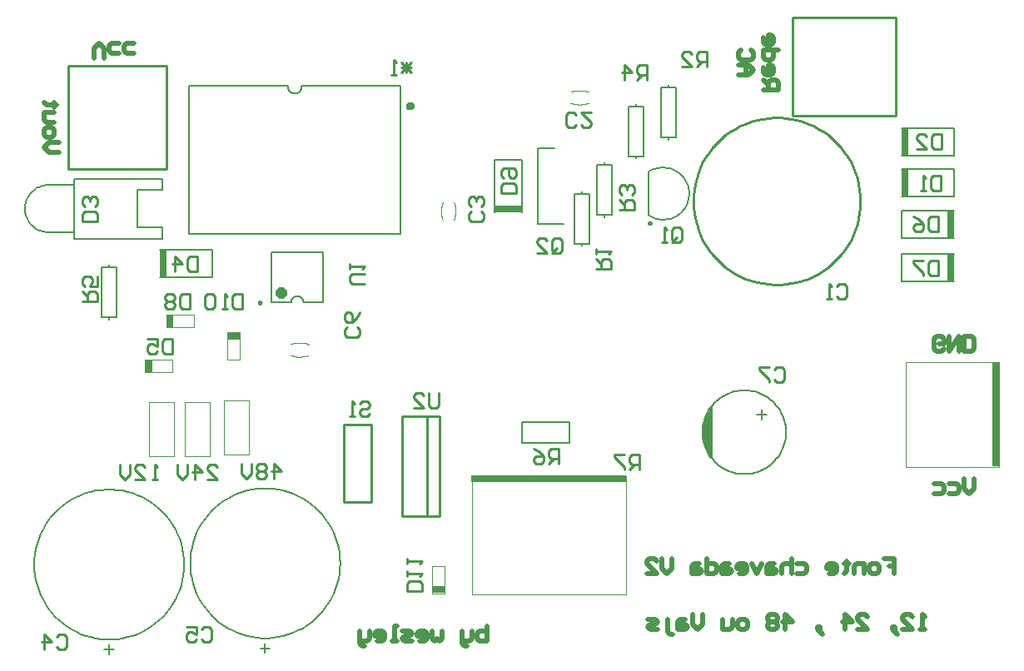
<source format=gto>
%FSTAX24Y24*%
%MOIN*%
%SFA1B1*%

%IPPOS*%
%ADD10C,0.007900*%
%ADD11C,0.005000*%
%ADD12C,0.009800*%
%ADD13C,0.023600*%
%ADD14C,0.003900*%
%ADD15C,0.010000*%
%ADD16C,0.008000*%
%ADD17C,0.015700*%
%ADD18C,0.020000*%
%ADD19C,0.005900*%
%ADD20R,0.621000X0.025000*%
%ADD21R,0.050000X0.030000*%
%ADD22R,0.030000X0.050000*%
%ADD23R,0.031500X0.110200*%
%ADD24R,0.110200X0.031500*%
%ADD25R,0.025000X0.418000*%
%LNpcb1-1*%
%LPD*%
G36*
X028159Y0102D02*
Y0081D01*
X028009Y00825*
X027909Y00845*
X027859Y0086*
X027809Y00865*
Y00875*
X027759Y0089*
Y009*
X027747Y00915*
X027759Y0093*
Y0094*
X027809Y0096*
X027859Y0097*
X027909Y00985*
X028009Y01*
X028059Y0101*
X028159Y0102*
G37*
G54D10*
X007239Y0039D02*
D01*
X007246Y00369*
X007268Y003482*
X007304Y003276*
X007355Y003073*
X007419Y002873*
X007498Y002679*
X00759Y002491*
X007694Y00231*
X007811Y002136*
X00794Y001971*
X00808Y001816*
X008231Y00167*
X008392Y001535*
X008561Y001412*
X008739Y001301*
X008923Y001203*
X009115Y001118*
X009311Y001046*
X009513Y000989*
X009718Y000945*
X009925Y000916*
X010134Y000901*
X010343*
X010552Y000916*
X010759Y000945*
X010964Y000989*
X011166Y001046*
X011362Y001118*
X011554Y001203*
X011739Y001301*
X011916Y001412*
X012085Y001535*
X012246Y00167*
X012397Y001816*
X012537Y001971*
X012666Y002136*
X012783Y00231*
X012887Y002491*
X012979Y002679*
X013058Y002873*
X013122Y003073*
X013173Y003276*
X013209Y003482*
X013231Y00369*
X013239Y0039*
X013231Y004109*
X013209Y004317*
X013173Y004523*
X013122Y004726*
X013058Y004926*
X012979Y00512*
X012887Y005308*
X012783Y005489*
X012666Y005663*
X012537Y005828*
X012397Y005983*
X012246Y006129*
X012085Y006264*
X011916Y006387*
X011739Y006498*
X011554Y006596*
X011362Y006681*
X011166Y006753*
X010964Y00681*
X010759Y006854*
X010552Y006883*
X010343Y006898*
X010134*
X009925Y006883*
X009718Y006854*
X009513Y00681*
X009311Y006753*
X009115Y006681*
X008923Y006596*
X008738Y006498*
X008561Y006387*
X008392Y006264*
X008231Y006129*
X00808Y005983*
X00794Y005828*
X007811Y005663*
X007694Y005489*
X00759Y005308*
X007498Y00512*
X007419Y004926*
X007355Y004726*
X007304Y004523*
X007268Y004317*
X007246Y004109*
X007239Y0039*
X000989Y00385D02*
D01*
X000996Y00364*
X001018Y003432*
X001054Y003226*
X001105Y003023*
X001169Y002823*
X001248Y002629*
X00134Y002441*
X001444Y00226*
X001561Y002086*
X00169Y001921*
X00183Y001766*
X001981Y00162*
X002142Y001485*
X002311Y001362*
X002489Y001251*
X002673Y001153*
X002865Y001068*
X003061Y000996*
X003263Y000939*
X003468Y000895*
X003675Y000866*
X003884Y000851*
X004093*
X004302Y000866*
X004509Y000895*
X004714Y000939*
X004916Y000996*
X005112Y001068*
X005304Y001153*
X005489Y001251*
X005666Y001362*
X005835Y001485*
X005996Y00162*
X006147Y001766*
X006287Y001921*
X006416Y002086*
X006533Y00226*
X006637Y002441*
X006729Y002629*
X006808Y002823*
X006872Y003023*
X006923Y003226*
X006959Y003432*
X006981Y00364*
X006989Y00385*
X006981Y004059*
X006959Y004267*
X006923Y004473*
X006872Y004676*
X006808Y004876*
X006729Y00507*
X006637Y005258*
X006533Y005439*
X006416Y005613*
X006287Y005778*
X006147Y005933*
X005996Y006079*
X005835Y006214*
X005666Y006337*
X005489Y006448*
X005304Y006546*
X005112Y006631*
X004916Y006703*
X004714Y00676*
X004509Y006804*
X004302Y006833*
X004093Y006848*
X003884*
X003675Y006833*
X003468Y006804*
X003263Y00676*
X003061Y006703*
X002865Y006631*
X002673Y006546*
X002488Y006448*
X002311Y006337*
X002142Y006214*
X001981Y006079*
X00183Y005933*
X00169Y005778*
X001561Y005613*
X001444Y005439*
X00134Y005258*
X001248Y00507*
X001169Y004876*
X001105Y004676*
X001054Y004473*
X001018Y004267*
X000996Y004059*
X000989Y00385*
X01177Y014346D02*
D01*
X011769Y014363*
X011767Y01438*
X011764Y014397*
X01176Y014414*
X011754Y014431*
X011748Y014447*
X01174Y014463*
X011732Y014478*
X011722Y014492*
X011711Y014506*
X011699Y014519*
X011687Y014531*
X011673Y014543*
X011659Y014553*
X011645Y014562*
X011629Y01457*
X011613Y014577*
X011597Y014583*
X01158Y014588*
X011563Y014592*
X011546Y014594*
X011528Y014595*
X011511*
X011493Y014594*
X011476Y014592*
X011459Y014588*
X011442Y014583*
X011426Y014577*
X01141Y01457*
X011395Y014562*
X01138Y014553*
X011366Y014543*
X011352Y014531*
X01134Y014519*
X011328Y014506*
X011317Y014492*
X011307Y014478*
X011299Y014463*
X011291Y014447*
X011285Y014431*
X011279Y014414*
X011275Y014397*
X011272Y01438*
X01127Y014363*
X01127Y014346*
X025572Y017845D02*
D01*
X025633Y017805*
X025696Y01777*
X025762Y017739*
X02583Y017713*
X0259Y017692*
X025971Y017675*
X026043Y017664*
X026115Y017658*
X026188Y017656*
X026261Y01766*
X026333Y017669*
X026405Y017683*
X026475Y017702*
X026544Y017726*
X026611Y017754*
X026676Y017787*
X026738Y017825*
X026798Y017867*
X026854Y017912*
X026908Y017962*
X026957Y018015*
X027003Y018072*
X027045Y018132*
X027082Y018194*
X027115Y018259*
X027144Y018326*
X027167Y018395*
X027186Y018465*
X0272Y018537*
X027209Y018609*
X027213Y018682*
X027211Y018755*
X027205Y018827*
X027194Y018899*
X027177Y01897*
X027156Y01904*
X02713Y019108*
X027099Y019174*
X027064Y019237*
X027024Y019298*
X02698Y019357*
X026932Y019411*
X026881Y019463*
X026826Y019511*
X026767Y019555*
X026706Y019594*
X026643Y019629*
X026577Y01966*
X026509Y019686*
X026439Y019707*
X026368Y019724*
X026296Y019735*
X026224Y019741*
X026151Y019743*
X026078Y019739*
X026006Y01973*
X025934Y019716*
X025864Y019697*
X025795Y019673*
X025728Y019645*
X025663Y019612*
X025601Y019574*
X025572Y019555*
X011152Y023003D02*
D01*
X01115Y022984*
X01115Y022965*
X011152Y022946*
X011155Y022928*
X011159Y022909*
X011164Y022891*
X011171Y022874*
X011178Y022857*
X011187Y02284*
X011197Y022824*
X011209Y022809*
X011221Y022795*
X011234Y022781*
X011248Y022769*
X011263Y022757*
X011279Y022747*
X011295Y022738*
X011312Y02273*
X011329Y022723*
X011347Y022717*
X011366Y022713*
X011384Y02271*
X011403Y022708*
X011422Y022707*
X01144Y022708*
X011459Y02271*
X011478Y022714*
X011496Y022718*
X011514Y022724*
X011531Y022731*
X011548Y02274*
X011564Y022749*
X01158Y02276*
X011594Y022772*
X011608Y022784*
X011621Y022798*
X011633Y022812*
X011644Y022828*
X011654Y022844*
X011662Y02286*
X01167Y022878*
X011676Y022895*
X011681Y022913*
X011685Y022932*
X011688Y022951*
X011689Y022969*
X011689Y022988*
X011688Y023003*
X020513Y008721D02*
Y009548D01*
X022407D02*
X020513D01*
X022407Y008721D02*
X020513D01*
X022407D02*
Y009548D01*
X00397Y01575D02*
Y01584D01*
Y01366D02*
Y01375D01*
Y01575D02*
X00367D01*
Y01375D02*
Y01575D01*
X00427Y01375D02*
X00367D01*
X00427D02*
Y01575D01*
X00397*
X008113Y015349D02*
X006027D01*
X008113Y016451D02*
X006027D01*
X008113Y015349D02*
Y016451D01*
X010477Y014346D02*
Y016354D01*
X012563Y014346D02*
Y016354D01*
X01127Y014346D02*
X010477D01*
X012563D02*
X01177D01*
X012563Y016354D02*
X010477D01*
X02182Y020533D02*
X021147D01*
Y017485D02*
Y020533D01*
X022194Y017485D02*
X021147D01*
X02507Y0222D02*
Y02229D01*
Y02011D02*
Y0202D01*
Y0222D02*
X02477D01*
Y0202D02*
Y0222D01*
X02537Y0202D02*
X02477D01*
X02537D02*
Y0222D01*
X02507*
X02382Y01985D02*
Y01994D01*
Y01776D02*
Y01785D01*
Y01985D02*
X02352D01*
Y01785D02*
Y01985D01*
X02412Y01785D02*
X02352D01*
X02412D02*
Y01985D01*
X02382*
X020521Y017966D02*
Y020052D01*
X019419Y017966D02*
Y020052D01*
X020521D02*
X019419D01*
X02292Y01661D02*
Y0167D01*
Y0187D02*
Y01879D01*
X02322Y0167D02*
X02292D01*
X02322D02*
Y0187D01*
X02262*
Y0167D02*
Y0187D01*
X02292Y0167D02*
X02262D01*
X02637Y02295D02*
Y02304D01*
Y02086D02*
Y02095D01*
Y02295D02*
X02607D01*
Y02095D02*
Y02295D01*
X02667Y02095D02*
X02607D01*
X02667D02*
Y02295D01*
X02637*
X025572Y017845D02*
Y019555D01*
X037813Y020222D02*
Y021325D01*
Y020222D02*
X035727D01*
X037813Y021325D02*
X035727D01*
X037813Y018572D02*
Y019675D01*
Y018572D02*
X035727D01*
X037813Y019675D02*
X035727D01*
Y015172D02*
Y016275D01*
X037813D02*
X035727D01*
X037813Y015172D02*
X035727D01*
Y016922D02*
Y018025D01*
X037813D02*
X035727D01*
X037813Y016922D02*
X035727D01*
X015652Y017097D02*
Y023003D01*
Y017097D02*
X007188D01*
Y023003*
X011152D02*
X007188D01*
X015652D02*
X011688D01*
G54D11*
X00157Y01905D02*
D01*
X001503Y019047*
X001437Y01904*
X001372Y019029*
X001308Y019013*
X001245Y018992*
X001183Y018967*
X001124Y018938*
X001066Y018905*
X001011Y018868*
X000959Y018827*
X00091Y018783*
X000864Y018735*
X000821Y018684*
X000782Y018631*
X000747Y018575*
X000716Y018516*
X000689Y018455*
X000666Y018393*
X000648Y018329*
X000634Y018264*
X000625Y018199*
X00062Y018133*
Y018066*
X000625Y018*
X000634Y017935*
X000648Y01787*
X000666Y017806*
X000689Y017744*
X000716Y017683*
X000747Y017624*
X000782Y017568*
X000821Y017515*
X000864Y017464*
X00091Y017416*
X000959Y017372*
X001011Y017331*
X001066Y017294*
X001124Y017261*
X001183Y017232*
X001245Y017207*
X001308Y017186*
X001372Y01717*
X001437Y017159*
X001503Y017152*
X00157Y01715*
X00612Y01885D02*
Y0193D01*
Y01885D02*
X00512D01*
Y01735D02*
Y01885D01*
X00612Y01735D02*
X00512D01*
X00612Y0169D02*
Y01735D01*
X00257Y01905D02*
X00157D01*
X00257Y01715D02*
X00157D01*
X00612Y0193D02*
X00257D01*
Y0169D02*
Y0193D01*
X00612Y0169D02*
X00257D01*
G54D12*
X009971Y014338D02*
D01*
X009971Y014334*
X009971Y014331*
X009972Y014327*
X009972Y014324*
X009973Y014321*
X009975Y014318*
X009976Y014314*
X009978Y014312*
X00998Y014309*
X009982Y014306*
X009984Y014303*
X009987Y014301*
X009989Y014299*
X009992Y014297*
X009995Y014295*
X009998Y014293*
X010001Y014292*
X010004Y014291*
X010008Y01429*
X010011Y014289*
X010014Y014289*
X010018Y014289*
X010021*
X010025Y014289*
X010028Y014289*
X010031Y01429*
X010035Y014291*
X010038Y014292*
X010041Y014293*
X010044Y014295*
X010047Y014297*
X01005Y014299*
X010052Y014301*
X010055Y014303*
X010057Y014306*
X010059Y014309*
X010061Y014312*
X010063Y014314*
X010064Y014318*
X010066Y014321*
X010067Y014324*
X010067Y014327*
X010068Y014331*
X010068Y014334*
X010069Y014338*
X010068Y014341*
X010068Y014344*
X010067Y014348*
X010067Y014351*
X010066Y014354*
X010064Y014357*
X010063Y014361*
X010061Y014363*
X010059Y014366*
X010057Y014369*
X010055Y014372*
X010052Y014374*
X01005Y014376*
X010047Y014378*
X010044Y01438*
X010041Y014382*
X010038Y014383*
X010035Y014384*
X010031Y014385*
X010028Y014386*
X010025Y014386*
X010021Y014386*
X010018*
X010014Y014386*
X010011Y014386*
X010008Y014385*
X010004Y014384*
X010001Y014383*
X009998Y014382*
X009995Y01438*
X009992Y014378*
X009989Y014376*
X009987Y014374*
X009984Y014372*
X009982Y014369*
X00998Y014366*
X009978Y014363*
X009976Y014361*
X009975Y014357*
X009973Y014354*
X009972Y014351*
X009972Y014348*
X009971Y014344*
X009971Y014341*
X009971Y014338*
X025581Y017518D02*
D01*
X025581Y017514*
X025581Y017511*
X025582Y017507*
X025582Y017504*
X025583Y017501*
X025585Y017498*
X025586Y017494*
X025588Y017492*
X02559Y017489*
X025592Y017486*
X025594Y017483*
X025597Y017481*
X025599Y017479*
X025602Y017477*
X025605Y017475*
X025608Y017473*
X025611Y017472*
X025614Y017471*
X025618Y01747*
X025621Y017469*
X025624Y017469*
X025628Y017469*
X025631*
X025635Y017469*
X025638Y017469*
X025641Y01747*
X025645Y017471*
X025648Y017472*
X025651Y017473*
X025654Y017475*
X025657Y017477*
X02566Y017479*
X025662Y017481*
X025665Y017483*
X025667Y017486*
X025669Y017489*
X025671Y017492*
X025673Y017494*
X025674Y017498*
X025676Y017501*
X025677Y017504*
X025677Y017507*
X025678Y017511*
X025678Y017514*
X025679Y017518*
X025678Y017521*
X025678Y017524*
X025677Y017528*
X025677Y017531*
X025676Y017534*
X025674Y017537*
X025673Y017541*
X025671Y017543*
X025669Y017546*
X025667Y017549*
X025665Y017552*
X025662Y017554*
X02566Y017556*
X025657Y017558*
X025654Y01756*
X025651Y017562*
X025648Y017563*
X025645Y017564*
X025641Y017565*
X025638Y017566*
X025635Y017566*
X025631Y017566*
X025628*
X025624Y017566*
X025621Y017566*
X025618Y017565*
X025614Y017564*
X025611Y017563*
X025608Y017562*
X025605Y01756*
X025602Y017558*
X025599Y017556*
X025597Y017554*
X025594Y017552*
X025592Y017549*
X02559Y017546*
X025588Y017543*
X025586Y017541*
X025585Y017537*
X025583Y017534*
X025582Y017531*
X025582Y017528*
X025581Y017524*
X025581Y017521*
X025581Y017518*
G54D13*
X010752Y01474D02*
D01*
X010752Y014731*
X010753Y014723*
X010754Y014715*
X010756Y014707*
X010759Y014699*
X010762Y014692*
X010765Y014684*
X010769Y014677*
X010774Y01467*
X010779Y014664*
X010785Y014658*
X010791Y014652*
X010797Y014647*
X010804Y014642*
X010811Y014637*
X010818Y014633*
X010825Y01463*
X010833Y014627*
X010841Y014625*
X010849Y014623*
X010857Y014622*
X010865Y014622*
X010874*
X010882Y014622*
X01089Y014623*
X010898Y014625*
X010906Y014627*
X010914Y01463*
X010921Y014633*
X010929Y014637*
X010935Y014642*
X010942Y014647*
X010948Y014652*
X010954Y014658*
X01096Y014664*
X010965Y01467*
X01097Y014677*
X010974Y014684*
X010977Y014692*
X01098Y014699*
X010983Y014707*
X010985Y014715*
X010986Y014723*
X010987Y014731*
X010988Y01474*
X010987Y014748*
X010986Y014756*
X010985Y014764*
X010983Y014772*
X01098Y01478*
X010977Y014787*
X010974Y014795*
X01097Y014802*
X010965Y014809*
X01096Y014815*
X010954Y014821*
X010948Y014827*
X010942Y014832*
X010935Y014837*
X010929Y014842*
X010921Y014846*
X010914Y014849*
X010906Y014852*
X010898Y014854*
X01089Y014856*
X010882Y014857*
X010874Y014857*
X010865*
X010857Y014857*
X010849Y014856*
X010841Y014854*
X010833Y014852*
X010825Y014849*
X010818Y014846*
X010811Y014842*
X010804Y014837*
X010797Y014832*
X010791Y014827*
X010785Y014821*
X010779Y014815*
X010774Y014809*
X010769Y014802*
X010765Y014795*
X010762Y014787*
X010759Y01478*
X010756Y014772*
X010754Y014764*
X010753Y014756*
X010752Y014748*
X010752Y01474*
G54D14*
X011982Y012666D02*
D01*
X011917Y012689*
X011852Y012707*
X011785Y012721*
X011718Y01273*
X01165Y012735*
X011582Y012734*
X011514Y01273*
X011447Y01272*
X01138Y012705*
X011315Y012686*
X011266Y012669*
X011268Y01223D02*
D01*
X011332Y012207*
X011397Y012189*
X011464Y012176*
X011532Y012168*
X0116Y012164*
X011668Y012165*
X011735Y012171*
X011803Y012181*
X011869Y012196*
X011934Y012216*
X011961Y012226*
X017355Y018362D02*
D01*
X017331Y018297*
X017313Y018232*
X017299Y018165*
X01729Y018098*
X017285Y01803*
X017286Y017962*
X01729Y017894*
X0173Y017827*
X017315Y01776*
X017334Y017695*
X017351Y017646*
X01779Y017648D02*
D01*
X017812Y017712*
X01783Y017777*
X017843Y017844*
X017851Y017912*
X017855Y01798*
X017854Y018048*
X017848Y018115*
X017838Y018183*
X017823Y018249*
X017803Y018314*
X017794Y01834*
X022458Y022334D02*
D01*
X022522Y02231*
X022587Y022292*
X022654Y022278*
X022721Y022269*
X022789Y022264*
X022857Y022265*
X022925Y022269*
X022992Y022279*
X023059Y022294*
X023124Y022313*
X023174Y022331*
X023172Y02277D02*
D01*
X023107Y022792*
X023042Y02281*
X022975Y022823*
X022907Y022831*
X022839Y022835*
X022771Y022834*
X022704Y022828*
X022636Y022818*
X02257Y022803*
X022505Y022783*
X02248Y022774*
X018502Y00264D02*
Y00737D01*
X024692Y00264D02*
Y00738D01*
Y00264D02*
X018502D01*
X017431Y0038D02*
X017181D01*
X017431Y0027D02*
Y0038D01*
Y0027D02*
X016931D01*
Y0038*
X017181D02*
X016931D01*
X00657Y010367D02*
X00557D01*
X00657Y008202D02*
X00557D01*
X00657D02*
Y010367D01*
X00557Y008202D02*
Y010367D01*
X00957Y010417D02*
X00857D01*
X00957Y008252D02*
X00857D01*
X00957D02*
Y010417D01*
X00857Y008252D02*
Y010417D01*
X00802Y010367D02*
X00702D01*
X00802Y008202D02*
X00702D01*
X00802D02*
Y010367D01*
X00702Y008202D02*
Y010367D01*
X00652Y01155D02*
Y0118D01*
Y01155D02*
X00542D01*
Y01205*
X00652D02*
X00542D01*
X00652Y0118D02*
Y01205D01*
X00737Y01335D02*
Y0136D01*
Y01335D02*
X00627D01*
Y01385*
X00737D02*
X00627D01*
X00737Y0136D02*
Y01385D01*
X00897Y01205D02*
X00872D01*
Y01315*
X00922D02*
X00872D01*
X00922Y01205D02*
Y01315D01*
Y01205D02*
X00897D01*
X039631Y00776D02*
Y01194D01*
Y00776D02*
X035871D01*
X039631Y01194D02*
X035871D01*
Y00776D02*
Y01194D01*
G54D15*
X027374Y0184D02*
D01*
X027382Y018166*
X027406Y017934*
X027447Y017704*
X027503Y017477*
X027575Y017255*
X027663Y017039*
X027765Y016829*
X027882Y016626*
X028013Y016433*
X028156Y016249*
X028313Y016075*
X028481Y015913*
X028659Y015763*
X028848Y015626*
X029047Y015502*
X029253Y015392*
X029466Y015297*
X029686Y015217*
X02991Y015153*
X030138Y015104*
X03037Y015072*
X030603Y015056*
X030836*
X031069Y015072*
X031301Y015104*
X031529Y015153*
X031753Y015217*
X031973Y015297*
X032186Y015392*
X032393Y015502*
X032591Y015626*
X03278Y015763*
X032958Y015913*
X033126Y016075*
X033283Y016249*
X033426Y016433*
X033557Y016626*
X033674Y016829*
X033776Y017039*
X033864Y017255*
X033936Y017477*
X033992Y017704*
X034033Y017934*
X034057Y018166*
X034066Y0184*
X034057Y018633*
X034033Y018865*
X033992Y019095*
X033936Y019322*
X033864Y019544*
X033776Y01976*
X033674Y01997*
X033557Y020173*
X033426Y020366*
X033283Y02055*
X033126Y020724*
X032958Y020886*
X03278Y021036*
X032591Y021173*
X032393Y021297*
X032186Y021407*
X031973Y021502*
X031753Y021582*
X031529Y021646*
X031301Y021695*
X031069Y021727*
X030836Y021743*
X030603*
X03037Y021727*
X030138Y021695*
X02991Y021646*
X029686Y021582*
X029466Y021502*
X029253Y021407*
X029046Y021297*
X028848Y021173*
X028659Y021036*
X028481Y020886*
X028313Y020724*
X028156Y02055*
X028013Y020366*
X027882Y020173*
X027765Y01997*
X027663Y01976*
X027575Y019544*
X027503Y019322*
X027447Y019095*
X027406Y018865*
X027382Y018633*
X027374Y0184*
X002352Y019685D02*
Y023819D01*
X006289D02*
X002352D01*
X006289Y019685D02*
Y023819D01*
Y019685D02*
X002352D01*
X031355Y021832D02*
Y025768D01*
X035489Y021832D02*
X031355D01*
X035489D02*
Y025768D01*
X031355*
X01672Y005772D02*
Y009772D01*
X01722Y005772D02*
X01572D01*
Y009772*
X01722D02*
X01572D01*
X01722Y005772D02*
Y009772D01*
X01447Y00635D02*
Y00945D01*
X01337*
Y00635D02*
Y00945D01*
X01447Y00635D02*
X01337D01*
X01717Y01072D02*
Y01022D01*
X01707Y01012*
X01687*
X01677Y01022*
Y01072*
X01617Y01012D02*
X01657D01*
X01617Y01052*
Y01062*
X01627Y01072*
X01647*
X01657Y01062*
X01402Y0103D02*
X01412Y0104D01*
X01432*
X01442Y0103*
Y0102*
X01432Y0101*
X01412*
X01402Y01*
Y0099*
X01412Y0098*
X01432*
X01442Y0099*
X01382Y0098D02*
X01362D01*
X01372*
Y0104*
X01382Y0103*
X02522Y00765D02*
Y00825D01*
X02492*
X02482Y00815*
Y00795*
X02492Y00785*
X02522*
X02502D02*
X02482Y00765D01*
X02462Y00825D02*
X02422D01*
Y00815*
X02462Y00775*
Y00765*
X021979Y0079D02*
Y0085D01*
X021679*
X021579Y0084*
Y0082*
X021679Y0081*
X021979*
X021779D02*
X021579Y0079D01*
X020979Y0085D02*
X021179Y0084D01*
X021379Y0082*
Y008*
X021279Y0079*
X021079*
X020979Y008*
Y0081*
X021079Y0082*
X021379*
X016531Y0028D02*
X015931D01*
Y0031*
X016031Y0032*
X016431*
X016531Y0031*
Y0028*
X015931Y0034D02*
Y0036D01*
Y0035*
X016531*
X016431Y0034*
X015931Y0039D02*
Y0041D01*
Y004*
X016531*
X016431Y0039*
X03063Y01166D02*
X03073Y01176D01*
X03093*
X03103Y01166*
Y01126*
X03093Y01116*
X03073*
X03063Y01126*
X03043Y01176D02*
X03003D01*
Y01166*
X03043Y01126*
Y01116*
X010571Y0073D02*
Y0079D01*
X01087Y0076*
X010471*
X010271Y0078D02*
X010171Y0079D01*
X009971*
X009871Y0078*
Y0077*
X009971Y0076*
X009871Y0075*
Y0074*
X009971Y0073*
X010171*
X010271Y0074*
Y0075*
X010171Y0076*
X010271Y0077*
Y0078*
X010171Y0076D02*
X009971D01*
X009671Y0079D02*
Y0075D01*
X009471Y0073*
X009271Y0075*
Y0079*
X00792Y00725D02*
X00832D01*
X00792Y00765*
Y00775*
X00802Y00785*
X00822*
X00832Y00775*
X00742Y00725D02*
Y00785D01*
X00772Y00755*
X00732*
X00712Y00785D02*
Y00745D01*
X006921Y00725*
X006721Y00745*
Y00785*
X00592Y00725D02*
X00572D01*
X00582*
Y00785*
X00592Y00775*
X00502Y00725D02*
X00542D01*
X00502Y00765*
Y00775*
X00512Y00785*
X00532*
X00542Y00775*
X00482Y00785D02*
Y00745D01*
X00462Y00725*
X004421Y00745*
Y00785*
X01422Y0151D02*
X01372D01*
X01362Y0152*
Y0154*
X01372Y0155*
X01422*
X01362Y0157D02*
Y0159D01*
Y0158*
X01422*
X01412Y0157*
X00292Y0144D02*
X00352D01*
Y0147*
X00342Y0148*
X00322*
X00312Y0147*
Y0144*
Y0146D02*
X00292Y0148D01*
X00352Y0154D02*
Y015D01*
X00322*
X00332Y0152*
Y0153*
X00322Y0154*
X00302*
X00292Y0153*
Y0151*
X00302Y015*
X02552Y02325D02*
Y02385D01*
X02522*
X02512Y02375*
Y02355*
X02522Y02345*
X02552*
X02532D02*
X02512Y02325D01*
X02462D02*
Y02385D01*
X02492Y02355*
X02452*
X02442Y01805D02*
X02502D01*
Y01835*
X02492Y01845*
X02472*
X02462Y01835*
Y01805*
Y01825D02*
X02442Y01845D01*
X02492Y01865D02*
X02502Y01875D01*
Y01895*
X02492Y01905*
X02482*
X02472Y01895*
Y01885*
Y01895*
X02462Y01905*
X02452*
X02442Y01895*
Y01875*
X02452Y01865*
X02792Y0238D02*
Y0244D01*
X02762*
X02752Y0243*
Y0241*
X02762Y024*
X02792*
X02772D02*
X02752Y0238D01*
X02692D02*
X02732D01*
X02692Y0242*
Y0243*
X02702Y0244*
X02722*
X02732Y0243*
X02347Y0157D02*
X02407D01*
Y016*
X02397Y0161*
X02377*
X02367Y016*
Y0157*
Y0159D02*
X02347Y0161D01*
Y0163D02*
Y0165D01*
Y0164*
X02407*
X02397Y0163*
X02172Y016409D02*
Y016809D01*
X02182Y016909*
X02202*
X02212Y016809*
Y016409*
X02202Y016309*
X02182*
X02192Y016509D02*
X02172Y016309D01*
X02182D02*
X02172Y016409D01*
X02112Y016309D02*
X02152D01*
X02112Y016709*
Y016809*
X02122Y016909*
X02142*
X02152Y016809*
X02652Y01685D02*
Y01725D01*
X02662Y01735*
X02682*
X02692Y01725*
Y01685*
X02682Y01675*
X02662*
X02672Y01695D02*
X02652Y01675D01*
X02662D02*
X02652Y01685D01*
X02632Y01675D02*
X02612D01*
X02622*
Y01735*
X02632Y01725*
X00932Y0147D02*
Y0141D01*
X00902*
X00892Y0142*
Y0146*
X00902Y0147*
X00932*
X00872Y0141D02*
X00852D01*
X00862*
Y0147*
X00872Y0146*
X00822D02*
X00812Y0147D01*
X007921*
X007821Y0146*
Y0142*
X007921Y0141*
X00812*
X00822Y0142*
Y0146*
X02027Y018709D02*
X01967D01*
Y019009*
X01977Y019109*
X02017*
X02027Y019009*
Y018709*
X01977Y019309D02*
X01967Y019409D01*
Y019609*
X01977Y019709*
X02017*
X02027Y019609*
Y019409*
X02017Y019309*
X02007*
X01997Y019409*
Y019709*
X00722Y0147D02*
Y0141D01*
X00692*
X00682Y0142*
Y0146*
X00692Y0147*
X00722*
X00662Y0146D02*
X00652Y0147D01*
X00632*
X00622Y0146*
Y0145*
X00632Y0144*
X00622Y0143*
Y0142*
X00632Y0141*
X00652*
X00662Y0142*
Y0143*
X00652Y0144*
X00662Y0145*
Y0146*
X00652Y0144D02*
X00632D01*
X03717Y016023D02*
Y015424D01*
X03687*
X03677Y015524*
Y015923*
X03687Y016023*
X03717*
X03657D02*
X03617D01*
Y015923*
X03657Y015524*
Y015424*
X03717Y017773D02*
Y017174D01*
X03687*
X03677Y017274*
Y017673*
X03687Y017773*
X03717*
X03617D02*
X03637Y017673D01*
X03657Y017474*
Y017274*
X03647Y017174*
X03627*
X03617Y017274*
Y017374*
X03627Y017474*
X03657*
X00652Y0129D02*
Y0123D01*
X00622*
X00612Y0124*
Y0128*
X00622Y0129*
X00652*
X00552D02*
X00592D01*
Y0126*
X00572Y0127*
X00562*
X00552Y0126*
Y0124*
X00562Y0123*
X00582*
X00592Y0124*
X00752Y0162D02*
Y0156D01*
X00722*
X00712Y0157*
Y0161*
X00722Y0162*
X00752*
X00662Y0156D02*
Y0162D01*
X00692Y0159*
X00652*
X00352Y0176D02*
X00292D01*
Y0179*
X00302Y018*
X00342*
X00352Y0179*
Y0176*
X00342Y0182D02*
X00352Y0183D01*
Y0185*
X00342Y0186*
X00332*
X00322Y0185*
Y0184*
Y0185*
X00312Y0186*
X00302*
X00292Y0185*
Y0183*
X00302Y0182*
X03732Y021073D02*
Y020474D01*
X03702*
X03692Y020574*
Y020973*
X03702Y021073*
X03732*
X03632Y020474D02*
X03672D01*
X03632Y020873*
Y020973*
X03642Y021073*
X03662*
X03672Y020973*
X03727Y019423D02*
Y018824D01*
X03697*
X03687Y018924*
Y019323*
X03697Y019423*
X03727*
X03667Y018824D02*
X03647D01*
X03657*
Y019423*
X03667Y019323*
X013909Y01335D02*
X014009Y01325D01*
Y01305*
X013909Y01295*
X013509*
X013409Y01305*
Y01325*
X013509Y01335*
X014009Y01395D02*
X013909Y01375D01*
X013709Y01355*
X013509*
X013409Y01365*
Y01385*
X013509Y01395*
X013609*
X013709Y01385*
Y01355*
X00767Y00125D02*
X00777Y00135D01*
X00797*
X00807Y00125*
Y00085*
X00797Y00075*
X00777*
X00767Y00085*
X00707Y00135D02*
X00747D01*
Y00105*
X00727Y00115*
X00717*
X00707Y00105*
Y00085*
X00717Y00075*
X00737*
X00747Y00085*
X00187Y00095D02*
X00197Y00105D01*
X00217*
X00227Y00095*
Y00055*
X00217Y00045*
X00197*
X00187Y00055*
X00137Y00045D02*
Y00105D01*
X00167Y00075*
X00127*
X01887Y018D02*
X01897Y0179D01*
Y0177*
X01887Y0176*
X01847*
X01837Y0177*
Y0179*
X01847Y018*
X01887Y0182D02*
X01897Y0183D01*
Y0185*
X01887Y0186*
X01877*
X01867Y0185*
Y0184*
Y0185*
X01857Y0186*
X01847*
X01837Y0185*
Y0183*
X01847Y0182*
X02267Y02145D02*
X02257Y02135D01*
X02237*
X02227Y02145*
Y02185*
X02237Y02195*
X02257*
X02267Y02185*
X02327Y02195D02*
X02287D01*
X02327Y02155*
Y02145*
X02317Y02135*
X02297*
X02287Y02145*
X03312Y015D02*
X03322Y0151D01*
X03342*
X03352Y015*
Y0146*
X03342Y0145*
X03322*
X03312Y0146*
X03292Y0145D02*
X03272D01*
X03282*
Y0151*
X03292Y015*
X01608Y02394D02*
X01568Y02354D01*
X01608D02*
X01568Y02394D01*
X01608Y02374D02*
X01568D01*
X01588Y02354D02*
Y02394D01*
X01548Y02344D02*
X01528D01*
X01538*
Y02404*
X01548Y02394*
G54D16*
X027747Y00915D02*
D01*
X027751Y009033*
X027763Y008917*
X027783Y008802*
X027811Y008688*
X027847Y008577*
X027891Y008469*
X027942Y008364*
X028001Y008263*
X028066Y008166*
X028138Y008074*
X028216Y007987*
X0283Y007906*
X028389Y007831*
X028484Y007763*
X028583Y007701*
X028686Y007646*
X028793Y007598*
X028903Y007558*
X029015Y007526*
X029129Y007502*
X029245Y007486*
X029361Y007478*
X029478*
X029594Y007486*
X02971Y007502*
X029824Y007526*
X029936Y007558*
X030046Y007598*
X030153Y007646*
X030256Y007701*
X030355Y007763*
X03045Y007831*
X030539Y007906*
X030623Y007987*
X030701Y008074*
X030773Y008166*
X030838Y008263*
X030897Y008364*
X030948Y008469*
X030992Y008577*
X031028Y008688*
X031056Y008802*
X031076Y008917*
X031088Y009033*
X031093Y00915*
X031088Y009266*
X031076Y009382*
X031056Y009497*
X031028Y009611*
X030992Y009722*
X030948Y00983*
X030897Y009935*
X030838Y010036*
X030773Y010133*
X030701Y010225*
X030623Y010312*
X030539Y010393*
X03045Y010468*
X030355Y010536*
X030256Y010598*
X030153Y010653*
X030046Y010701*
X029936Y010741*
X029824Y010773*
X02971Y010797*
X029594Y010813*
X029478Y010821*
X029361*
X029245Y010813*
X029129Y010797*
X029015Y010773*
X028903Y010741*
X028793Y010701*
X028686Y010653*
X028583Y010598*
X028484Y010536*
X028389Y010468*
X0283Y010393*
X028216Y010312*
X028138Y010225*
X028066Y010133*
X028001Y010036*
X027942Y009935*
X027891Y00983*
X027847Y009722*
X027811Y009611*
X027783Y009497*
X027763Y009382*
X027751Y009266*
X027747Y00915*
X030309Y00985D02*
X029909D01*
X030109Y00965D02*
Y01005D01*
G54D17*
X015948Y022215D02*
D01*
X015948Y022209*
X015948Y022204*
X015949Y022198*
X015951Y022193*
X015952Y022187*
X015954Y022182*
X015957Y022177*
X01596Y022173*
X015963Y022168*
X015966Y022164*
X01597Y02216*
X015974Y022156*
X015978Y022152*
X015982Y022149*
X015987Y022146*
X015992Y022143*
X015997Y022141*
X016002Y022139*
X016007Y022138*
X016013Y022137*
X016018Y022136*
X016024Y022136*
X016029*
X016035Y022136*
X01604Y022137*
X016046Y022138*
X016051Y022139*
X016056Y022141*
X016061Y022143*
X016066Y022146*
X016071Y022149*
X016075Y022152*
X016079Y022156*
X016083Y02216*
X016087Y022164*
X01609Y022168*
X016093Y022173*
X016096Y022177*
X016099Y022182*
X016101Y022187*
X016102Y022193*
X016104Y022198*
X016105Y022204*
X016105Y022209*
X016106Y022215*
X016105Y02222*
X016105Y022225*
X016104Y022231*
X016102Y022236*
X016101Y022242*
X016099Y022247*
X016096Y022252*
X016093Y022256*
X01609Y022261*
X016087Y022265*
X016083Y022269*
X016079Y022273*
X016075Y022277*
X016071Y02228*
X016066Y022283*
X016061Y022286*
X016056Y022288*
X016051Y02229*
X016046Y022291*
X01604Y022292*
X016035Y022293*
X016029Y022293*
X016024*
X016018Y022293*
X016013Y022292*
X016007Y022291*
X016002Y02229*
X015997Y022288*
X015992Y022286*
X015987Y022283*
X015982Y02228*
X015978Y022277*
X015974Y022273*
X01597Y022269*
X015966Y022265*
X015963Y022261*
X01596Y022256*
X015957Y022252*
X015954Y022247*
X015952Y022242*
X015951Y022236*
X015949Y022231*
X015948Y022225*
X015948Y02222*
X015948Y022215*
G54D18*
X01912Y0014D02*
Y0008D01*
X01882*
X01872Y0009*
Y001*
Y0011*
X01882Y0012*
X01912*
X01852D02*
Y0009D01*
X01842Y0008*
X01812*
Y0007*
X01822Y0006*
X01832*
X01812Y0008D02*
Y0012D01*
X017321D02*
Y0009D01*
X017221Y0008*
X017121Y0009*
X017021Y0008*
X016921Y0009*
Y0012*
X016421Y0008D02*
X016621D01*
X016721Y0009*
Y0011*
X016621Y0012*
X016421*
X016321Y0011*
Y001*
X016721*
X016121Y0008D02*
X015821D01*
X015721Y0009*
X015821Y001*
X016021*
X016121Y0011*
X016021Y0012*
X015721*
X015521Y0008D02*
X015321D01*
X015421*
Y0014*
X015521*
X014721Y0008D02*
X014921D01*
X015021Y0009*
Y0011*
X014921Y0012*
X014721*
X014622Y0011*
Y001*
X015021*
X014422Y0012D02*
Y0009D01*
X014322Y0008*
X014022*
Y0007*
X014122Y0006*
X014222*
X014022Y0008D02*
Y0012D01*
X036661Y00125D02*
X036461D01*
X036561*
Y00185*
X036661Y00175*
X035761Y00125D02*
X036161D01*
X035761Y00165*
Y00175*
X035861Y00185*
X036061*
X036161Y00175*
X035461Y00115D02*
X035361Y00125D01*
Y00135*
X035461*
Y00125*
X035361*
X035461Y00115*
X035561Y00105*
X033962Y00125D02*
X034361D01*
X033962Y00165*
Y00175*
X034062Y00185*
X034262*
X034361Y00175*
X033462Y00125D02*
Y00185D01*
X033762Y00155*
X033362*
X032462Y00115D02*
X032362Y00125D01*
Y00135*
X032462*
Y00125*
X032362*
X032462Y00115*
X032562Y00105*
X031063Y00125D02*
Y00185D01*
X031362Y00155*
X030963*
X030763Y00175D02*
X030663Y00185D01*
X030463*
X030363Y00175*
Y00165*
X030463Y00155*
X030363Y00145*
Y00135*
X030463Y00125*
X030663*
X030763Y00135*
Y00145*
X030663Y00155*
X030763Y00165*
Y00175*
X030663Y00155D02*
X030463D01*
X029463Y00125D02*
X029263D01*
X029163Y00135*
Y00155*
X029263Y00165*
X029463*
X029563Y00155*
Y00135*
X029463Y00125*
X028963Y00165D02*
Y00135D01*
X028863Y00125*
X028563*
Y00165*
X027764Y00185D02*
Y00145D01*
X027564Y00125*
X027364Y00145*
Y00185*
X027064Y00165D02*
X026864D01*
X026764Y00155*
Y00125*
X027064*
X027164Y00135*
X027064Y00145*
X026764*
X026564Y00105D02*
X026464D01*
X026364Y00115*
Y00165*
X025964Y00125D02*
X025664D01*
X025564Y00135*
X025664Y00145*
X025864*
X025964Y00155*
X025864Y00165*
X025564*
X03502Y0041D02*
X03542D01*
Y0038*
X03522*
X03542*
Y0035*
X03472D02*
X03452D01*
X03442Y0036*
Y0038*
X03452Y0039*
X03472*
X03482Y0038*
Y0036*
X03472Y0035*
X03422D02*
Y0039D01*
X033921*
X033821Y0038*
Y0035*
X033521Y004D02*
Y0039D01*
X033621*
X033421*
X033521*
Y0036*
X033421Y0035*
X032821D02*
X033021D01*
X033121Y0036*
Y0038*
X033021Y0039*
X032821*
X032721Y0038*
Y0037*
X033121*
X031521Y0039D02*
X031821D01*
X031921Y0038*
Y0036*
X031821Y0035*
X031521*
X031321Y0041D02*
Y0035D01*
Y0038*
X031221Y0039*
X031021*
X030922Y0038*
Y0035*
X030622Y0039D02*
X030422D01*
X030322Y0038*
Y0035*
X030622*
X030722Y0036*
X030622Y0037*
X030322*
X030122Y0039D02*
X029922Y0035D01*
X029722Y0039*
X029222Y0035D02*
X029422D01*
X029522Y0036*
Y0038*
X029422Y0039*
X029222*
X029122Y0038*
Y0037*
X029522*
X028822Y0039D02*
X028622D01*
X028522Y0038*
Y0035*
X028822*
X028922Y0036*
X028822Y0037*
X028522*
X027922Y0041D02*
Y0035D01*
X028222*
X028322Y0036*
Y0038*
X028222Y0039*
X027922*
X027623D02*
X027423D01*
X027323Y0038*
Y0035*
X027623*
X027723Y0036*
X027623Y0037*
X027323*
X026523Y0041D02*
Y0037D01*
X026323Y0035*
X026123Y0037*
Y0041*
X025523Y0035D02*
X025923D01*
X025523Y0039*
Y004*
X025623Y0041*
X025823*
X025923Y004*
X03862Y0073D02*
Y0069D01*
X03842Y0067*
X03822Y0069*
Y0073*
X03762Y0071D02*
X03792D01*
X03802Y007*
Y0068*
X03792Y0067*
X03762*
X037021Y0071D02*
X03732D01*
X03742Y007*
Y0068*
X03732Y0067*
X037021*
X037423Y0125D02*
X037323Y0124D01*
X037123*
X037023Y0125*
Y0129*
X037123Y013*
X037323*
X037423Y0129*
Y0127*
X037223*
X037623Y013D02*
Y0124D01*
X038023Y013*
Y0124*
X038223D02*
Y013D01*
X038523*
X038623Y0129*
Y0125*
X038523Y0124*
X038223*
X00337Y024127D02*
Y024527D01*
X00357Y024727*
X00377Y024527*
Y024127*
X00437Y024327D02*
X00407D01*
X00397Y024427*
Y024627*
X00407Y024727*
X00437*
X00497Y024327D02*
X00467D01*
X00457Y024427*
Y024627*
X00467Y024727*
X00497*
X02917Y02345D02*
X02957D01*
X02977Y02365*
X02957Y02385*
X02917*
X02947*
Y02345*
X02967Y02445D02*
X02977Y02435D01*
Y02415*
X02967Y02405*
X02927*
X02917Y02415*
Y02435*
X02927Y02445*
X03017Y022854D02*
X03077D01*
Y023153*
X03067Y023253*
X03047*
X03037Y023153*
Y022854*
Y023054D02*
X03017Y023253D01*
Y023753D02*
Y023553D01*
X03027Y023453*
X03047*
X03057Y023553*
Y023753*
X03047Y023853*
X03037*
Y023453*
X03077Y024453D02*
X03017D01*
Y024153*
X03027Y024053*
X03047*
X03057Y024153*
Y024453*
X03017Y024953D02*
Y024753D01*
X03027Y024653*
X03047*
X03057Y024753*
Y024953*
X03047Y025053*
X03037*
Y024653*
X00197Y02035D02*
X00157D01*
X00137Y02055*
X00157Y02075*
X00197*
X00137Y02105D02*
Y02125D01*
X00147Y02135*
X00167*
X00177Y02125*
Y02105*
X00167Y02095*
X00147*
X00137Y02105*
X00177Y02155D02*
X00147D01*
X00137Y02165*
Y021949*
X00177*
X00187Y022249D02*
X00177D01*
Y022149*
Y022349*
Y022249*
X00147*
X00137Y022349*
G54D19*
X010233Y000698D02*
Y000305D01*
X010037Y000502D02*
X01043D01*
X003983Y000648D02*
Y000255D01*
X003787Y000452D02*
X00418D01*
G54D20*
X021587Y007285D03*
G54D21*
X017181Y00285D03*
X00897Y013D03*
G54D22*
X00557Y0118D03*
X00642Y0136D03*
G54D23*
X006145Y0159D03*
X035845Y020774D03*
Y019124D03*
X037695Y015724D03*
Y017474D03*
G54D24*
X01997Y018084D03*
G54D25*
X039496Y00985D03*
M02*
</source>
